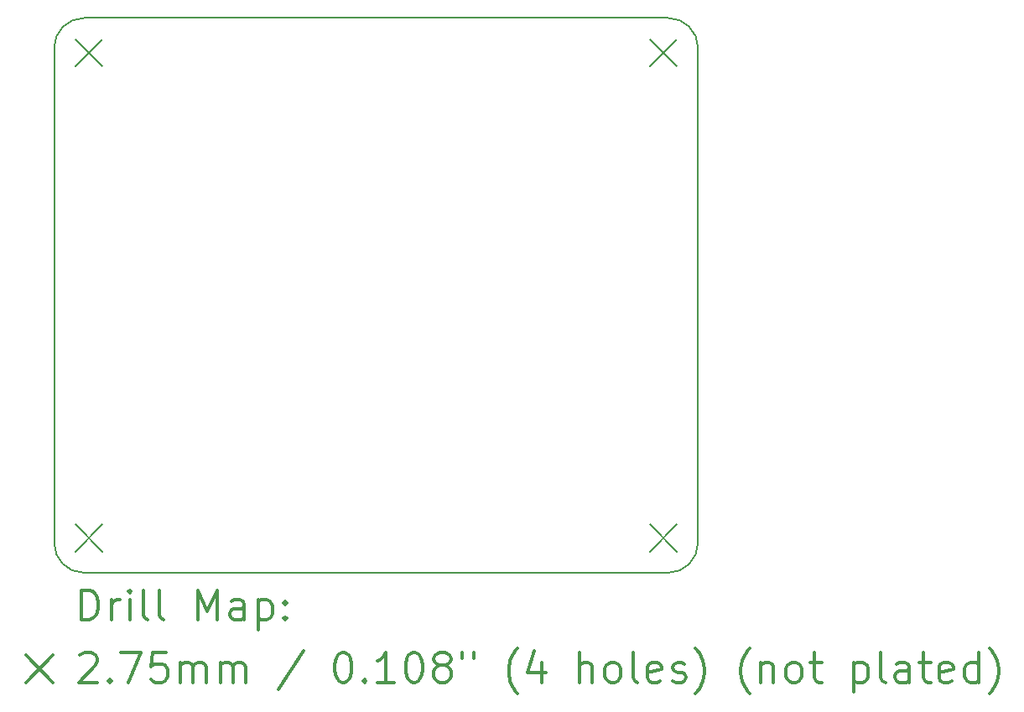
<source format=gbr>
%FSLAX45Y45*%
G04 Gerber Fmt 4.5, Leading zero omitted, Abs format (unit mm)*
G04 Created by KiCad (PCBNEW 5.1.9+dfsg1-1~bpo10+1) date 2021-11-10 17:07:08*
%MOMM*%
%LPD*%
G01*
G04 APERTURE LIST*
%TA.AperFunction,Profile*%
%ADD10C,0.200000*%
%TD*%
%ADD11C,0.200000*%
%ADD12C,0.300000*%
G04 APERTURE END LIST*
D10*
X17732000Y-5412000D02*
X17732000Y-10412000D01*
X11532000Y-10712000D02*
G75*
G02*
X11232000Y-10412000I0J300000D01*
G01*
X11532000Y-10712000D02*
X17432000Y-10712000D01*
X11232000Y-5412000D02*
X11232000Y-10412000D01*
X11232000Y-5412000D02*
G75*
G02*
X11532000Y-5112000I300000J0D01*
G01*
X17432000Y-5112000D02*
G75*
G02*
X17732000Y-5412000I0J-300000D01*
G01*
X17432000Y-5112000D02*
X11532000Y-5112000D01*
X17732000Y-10412000D02*
G75*
G02*
X17432000Y-10712000I-300000J0D01*
G01*
D11*
X11444500Y-5324500D02*
X11719500Y-5599500D01*
X11719500Y-5324500D02*
X11444500Y-5599500D01*
X11444500Y-10224500D02*
X11719500Y-10499500D01*
X11719500Y-10224500D02*
X11444500Y-10499500D01*
X17244500Y-5324500D02*
X17519500Y-5599500D01*
X17519500Y-5324500D02*
X17244500Y-5599500D01*
X17244500Y-10224500D02*
X17519500Y-10499500D01*
X17519500Y-10224500D02*
X17244500Y-10499500D01*
D12*
X11508428Y-11187714D02*
X11508428Y-10887714D01*
X11579857Y-10887714D01*
X11622714Y-10902000D01*
X11651286Y-10930572D01*
X11665571Y-10959143D01*
X11679857Y-11016286D01*
X11679857Y-11059143D01*
X11665571Y-11116286D01*
X11651286Y-11144857D01*
X11622714Y-11173429D01*
X11579857Y-11187714D01*
X11508428Y-11187714D01*
X11808428Y-11187714D02*
X11808428Y-10987714D01*
X11808428Y-11044857D02*
X11822714Y-11016286D01*
X11837000Y-11002000D01*
X11865571Y-10987714D01*
X11894143Y-10987714D01*
X11994143Y-11187714D02*
X11994143Y-10987714D01*
X11994143Y-10887714D02*
X11979857Y-10902000D01*
X11994143Y-10916286D01*
X12008428Y-10902000D01*
X11994143Y-10887714D01*
X11994143Y-10916286D01*
X12179857Y-11187714D02*
X12151286Y-11173429D01*
X12137000Y-11144857D01*
X12137000Y-10887714D01*
X12337000Y-11187714D02*
X12308428Y-11173429D01*
X12294143Y-11144857D01*
X12294143Y-10887714D01*
X12679857Y-11187714D02*
X12679857Y-10887714D01*
X12779857Y-11102000D01*
X12879857Y-10887714D01*
X12879857Y-11187714D01*
X13151286Y-11187714D02*
X13151286Y-11030572D01*
X13137000Y-11002000D01*
X13108428Y-10987714D01*
X13051286Y-10987714D01*
X13022714Y-11002000D01*
X13151286Y-11173429D02*
X13122714Y-11187714D01*
X13051286Y-11187714D01*
X13022714Y-11173429D01*
X13008428Y-11144857D01*
X13008428Y-11116286D01*
X13022714Y-11087714D01*
X13051286Y-11073429D01*
X13122714Y-11073429D01*
X13151286Y-11059143D01*
X13294143Y-10987714D02*
X13294143Y-11287714D01*
X13294143Y-11002000D02*
X13322714Y-10987714D01*
X13379857Y-10987714D01*
X13408428Y-11002000D01*
X13422714Y-11016286D01*
X13437000Y-11044857D01*
X13437000Y-11130572D01*
X13422714Y-11159143D01*
X13408428Y-11173429D01*
X13379857Y-11187714D01*
X13322714Y-11187714D01*
X13294143Y-11173429D01*
X13565571Y-11159143D02*
X13579857Y-11173429D01*
X13565571Y-11187714D01*
X13551286Y-11173429D01*
X13565571Y-11159143D01*
X13565571Y-11187714D01*
X13565571Y-11002000D02*
X13579857Y-11016286D01*
X13565571Y-11030572D01*
X13551286Y-11016286D01*
X13565571Y-11002000D01*
X13565571Y-11030572D01*
X10947000Y-11544500D02*
X11222000Y-11819500D01*
X11222000Y-11544500D02*
X10947000Y-11819500D01*
X11494143Y-11546286D02*
X11508428Y-11532000D01*
X11537000Y-11517714D01*
X11608428Y-11517714D01*
X11637000Y-11532000D01*
X11651286Y-11546286D01*
X11665571Y-11574857D01*
X11665571Y-11603429D01*
X11651286Y-11646286D01*
X11479857Y-11817714D01*
X11665571Y-11817714D01*
X11794143Y-11789143D02*
X11808428Y-11803429D01*
X11794143Y-11817714D01*
X11779857Y-11803429D01*
X11794143Y-11789143D01*
X11794143Y-11817714D01*
X11908428Y-11517714D02*
X12108428Y-11517714D01*
X11979857Y-11817714D01*
X12365571Y-11517714D02*
X12222714Y-11517714D01*
X12208428Y-11660571D01*
X12222714Y-11646286D01*
X12251286Y-11632000D01*
X12322714Y-11632000D01*
X12351286Y-11646286D01*
X12365571Y-11660571D01*
X12379857Y-11689143D01*
X12379857Y-11760571D01*
X12365571Y-11789143D01*
X12351286Y-11803429D01*
X12322714Y-11817714D01*
X12251286Y-11817714D01*
X12222714Y-11803429D01*
X12208428Y-11789143D01*
X12508428Y-11817714D02*
X12508428Y-11617714D01*
X12508428Y-11646286D02*
X12522714Y-11632000D01*
X12551286Y-11617714D01*
X12594143Y-11617714D01*
X12622714Y-11632000D01*
X12637000Y-11660571D01*
X12637000Y-11817714D01*
X12637000Y-11660571D02*
X12651286Y-11632000D01*
X12679857Y-11617714D01*
X12722714Y-11617714D01*
X12751286Y-11632000D01*
X12765571Y-11660571D01*
X12765571Y-11817714D01*
X12908428Y-11817714D02*
X12908428Y-11617714D01*
X12908428Y-11646286D02*
X12922714Y-11632000D01*
X12951286Y-11617714D01*
X12994143Y-11617714D01*
X13022714Y-11632000D01*
X13037000Y-11660571D01*
X13037000Y-11817714D01*
X13037000Y-11660571D02*
X13051286Y-11632000D01*
X13079857Y-11617714D01*
X13122714Y-11617714D01*
X13151286Y-11632000D01*
X13165571Y-11660571D01*
X13165571Y-11817714D01*
X13751286Y-11503429D02*
X13494143Y-11889143D01*
X14137000Y-11517714D02*
X14165571Y-11517714D01*
X14194143Y-11532000D01*
X14208428Y-11546286D01*
X14222714Y-11574857D01*
X14237000Y-11632000D01*
X14237000Y-11703429D01*
X14222714Y-11760571D01*
X14208428Y-11789143D01*
X14194143Y-11803429D01*
X14165571Y-11817714D01*
X14137000Y-11817714D01*
X14108428Y-11803429D01*
X14094143Y-11789143D01*
X14079857Y-11760571D01*
X14065571Y-11703429D01*
X14065571Y-11632000D01*
X14079857Y-11574857D01*
X14094143Y-11546286D01*
X14108428Y-11532000D01*
X14137000Y-11517714D01*
X14365571Y-11789143D02*
X14379857Y-11803429D01*
X14365571Y-11817714D01*
X14351286Y-11803429D01*
X14365571Y-11789143D01*
X14365571Y-11817714D01*
X14665571Y-11817714D02*
X14494143Y-11817714D01*
X14579857Y-11817714D02*
X14579857Y-11517714D01*
X14551286Y-11560571D01*
X14522714Y-11589143D01*
X14494143Y-11603429D01*
X14851286Y-11517714D02*
X14879857Y-11517714D01*
X14908428Y-11532000D01*
X14922714Y-11546286D01*
X14937000Y-11574857D01*
X14951286Y-11632000D01*
X14951286Y-11703429D01*
X14937000Y-11760571D01*
X14922714Y-11789143D01*
X14908428Y-11803429D01*
X14879857Y-11817714D01*
X14851286Y-11817714D01*
X14822714Y-11803429D01*
X14808428Y-11789143D01*
X14794143Y-11760571D01*
X14779857Y-11703429D01*
X14779857Y-11632000D01*
X14794143Y-11574857D01*
X14808428Y-11546286D01*
X14822714Y-11532000D01*
X14851286Y-11517714D01*
X15122714Y-11646286D02*
X15094143Y-11632000D01*
X15079857Y-11617714D01*
X15065571Y-11589143D01*
X15065571Y-11574857D01*
X15079857Y-11546286D01*
X15094143Y-11532000D01*
X15122714Y-11517714D01*
X15179857Y-11517714D01*
X15208428Y-11532000D01*
X15222714Y-11546286D01*
X15237000Y-11574857D01*
X15237000Y-11589143D01*
X15222714Y-11617714D01*
X15208428Y-11632000D01*
X15179857Y-11646286D01*
X15122714Y-11646286D01*
X15094143Y-11660571D01*
X15079857Y-11674857D01*
X15065571Y-11703429D01*
X15065571Y-11760571D01*
X15079857Y-11789143D01*
X15094143Y-11803429D01*
X15122714Y-11817714D01*
X15179857Y-11817714D01*
X15208428Y-11803429D01*
X15222714Y-11789143D01*
X15237000Y-11760571D01*
X15237000Y-11703429D01*
X15222714Y-11674857D01*
X15208428Y-11660571D01*
X15179857Y-11646286D01*
X15351286Y-11517714D02*
X15351286Y-11574857D01*
X15465571Y-11517714D02*
X15465571Y-11574857D01*
X15908428Y-11932000D02*
X15894143Y-11917714D01*
X15865571Y-11874857D01*
X15851286Y-11846286D01*
X15837000Y-11803429D01*
X15822714Y-11732000D01*
X15822714Y-11674857D01*
X15837000Y-11603429D01*
X15851286Y-11560571D01*
X15865571Y-11532000D01*
X15894143Y-11489143D01*
X15908428Y-11474857D01*
X16151286Y-11617714D02*
X16151286Y-11817714D01*
X16079857Y-11503429D02*
X16008428Y-11717714D01*
X16194143Y-11717714D01*
X16537000Y-11817714D02*
X16537000Y-11517714D01*
X16665571Y-11817714D02*
X16665571Y-11660571D01*
X16651286Y-11632000D01*
X16622714Y-11617714D01*
X16579857Y-11617714D01*
X16551286Y-11632000D01*
X16537000Y-11646286D01*
X16851286Y-11817714D02*
X16822714Y-11803429D01*
X16808428Y-11789143D01*
X16794143Y-11760571D01*
X16794143Y-11674857D01*
X16808428Y-11646286D01*
X16822714Y-11632000D01*
X16851286Y-11617714D01*
X16894143Y-11617714D01*
X16922714Y-11632000D01*
X16937000Y-11646286D01*
X16951286Y-11674857D01*
X16951286Y-11760571D01*
X16937000Y-11789143D01*
X16922714Y-11803429D01*
X16894143Y-11817714D01*
X16851286Y-11817714D01*
X17122714Y-11817714D02*
X17094143Y-11803429D01*
X17079857Y-11774857D01*
X17079857Y-11517714D01*
X17351286Y-11803429D02*
X17322714Y-11817714D01*
X17265571Y-11817714D01*
X17237000Y-11803429D01*
X17222714Y-11774857D01*
X17222714Y-11660571D01*
X17237000Y-11632000D01*
X17265571Y-11617714D01*
X17322714Y-11617714D01*
X17351286Y-11632000D01*
X17365571Y-11660571D01*
X17365571Y-11689143D01*
X17222714Y-11717714D01*
X17479857Y-11803429D02*
X17508428Y-11817714D01*
X17565571Y-11817714D01*
X17594143Y-11803429D01*
X17608428Y-11774857D01*
X17608428Y-11760571D01*
X17594143Y-11732000D01*
X17565571Y-11717714D01*
X17522714Y-11717714D01*
X17494143Y-11703429D01*
X17479857Y-11674857D01*
X17479857Y-11660571D01*
X17494143Y-11632000D01*
X17522714Y-11617714D01*
X17565571Y-11617714D01*
X17594143Y-11632000D01*
X17708428Y-11932000D02*
X17722714Y-11917714D01*
X17751286Y-11874857D01*
X17765571Y-11846286D01*
X17779857Y-11803429D01*
X17794143Y-11732000D01*
X17794143Y-11674857D01*
X17779857Y-11603429D01*
X17765571Y-11560571D01*
X17751286Y-11532000D01*
X17722714Y-11489143D01*
X17708428Y-11474857D01*
X18251286Y-11932000D02*
X18237000Y-11917714D01*
X18208428Y-11874857D01*
X18194143Y-11846286D01*
X18179857Y-11803429D01*
X18165571Y-11732000D01*
X18165571Y-11674857D01*
X18179857Y-11603429D01*
X18194143Y-11560571D01*
X18208428Y-11532000D01*
X18237000Y-11489143D01*
X18251286Y-11474857D01*
X18365571Y-11617714D02*
X18365571Y-11817714D01*
X18365571Y-11646286D02*
X18379857Y-11632000D01*
X18408428Y-11617714D01*
X18451286Y-11617714D01*
X18479857Y-11632000D01*
X18494143Y-11660571D01*
X18494143Y-11817714D01*
X18679857Y-11817714D02*
X18651286Y-11803429D01*
X18637000Y-11789143D01*
X18622714Y-11760571D01*
X18622714Y-11674857D01*
X18637000Y-11646286D01*
X18651286Y-11632000D01*
X18679857Y-11617714D01*
X18722714Y-11617714D01*
X18751286Y-11632000D01*
X18765571Y-11646286D01*
X18779857Y-11674857D01*
X18779857Y-11760571D01*
X18765571Y-11789143D01*
X18751286Y-11803429D01*
X18722714Y-11817714D01*
X18679857Y-11817714D01*
X18865571Y-11617714D02*
X18979857Y-11617714D01*
X18908428Y-11517714D02*
X18908428Y-11774857D01*
X18922714Y-11803429D01*
X18951286Y-11817714D01*
X18979857Y-11817714D01*
X19308428Y-11617714D02*
X19308428Y-11917714D01*
X19308428Y-11632000D02*
X19337000Y-11617714D01*
X19394143Y-11617714D01*
X19422714Y-11632000D01*
X19437000Y-11646286D01*
X19451286Y-11674857D01*
X19451286Y-11760571D01*
X19437000Y-11789143D01*
X19422714Y-11803429D01*
X19394143Y-11817714D01*
X19337000Y-11817714D01*
X19308428Y-11803429D01*
X19622714Y-11817714D02*
X19594143Y-11803429D01*
X19579857Y-11774857D01*
X19579857Y-11517714D01*
X19865571Y-11817714D02*
X19865571Y-11660571D01*
X19851286Y-11632000D01*
X19822714Y-11617714D01*
X19765571Y-11617714D01*
X19737000Y-11632000D01*
X19865571Y-11803429D02*
X19837000Y-11817714D01*
X19765571Y-11817714D01*
X19737000Y-11803429D01*
X19722714Y-11774857D01*
X19722714Y-11746286D01*
X19737000Y-11717714D01*
X19765571Y-11703429D01*
X19837000Y-11703429D01*
X19865571Y-11689143D01*
X19965571Y-11617714D02*
X20079857Y-11617714D01*
X20008428Y-11517714D02*
X20008428Y-11774857D01*
X20022714Y-11803429D01*
X20051286Y-11817714D01*
X20079857Y-11817714D01*
X20294143Y-11803429D02*
X20265571Y-11817714D01*
X20208428Y-11817714D01*
X20179857Y-11803429D01*
X20165571Y-11774857D01*
X20165571Y-11660571D01*
X20179857Y-11632000D01*
X20208428Y-11617714D01*
X20265571Y-11617714D01*
X20294143Y-11632000D01*
X20308428Y-11660571D01*
X20308428Y-11689143D01*
X20165571Y-11717714D01*
X20565571Y-11817714D02*
X20565571Y-11517714D01*
X20565571Y-11803429D02*
X20537000Y-11817714D01*
X20479857Y-11817714D01*
X20451286Y-11803429D01*
X20437000Y-11789143D01*
X20422714Y-11760571D01*
X20422714Y-11674857D01*
X20437000Y-11646286D01*
X20451286Y-11632000D01*
X20479857Y-11617714D01*
X20537000Y-11617714D01*
X20565571Y-11632000D01*
X20679857Y-11932000D02*
X20694143Y-11917714D01*
X20722714Y-11874857D01*
X20737000Y-11846286D01*
X20751286Y-11803429D01*
X20765571Y-11732000D01*
X20765571Y-11674857D01*
X20751286Y-11603429D01*
X20737000Y-11560571D01*
X20722714Y-11532000D01*
X20694143Y-11489143D01*
X20679857Y-11474857D01*
M02*

</source>
